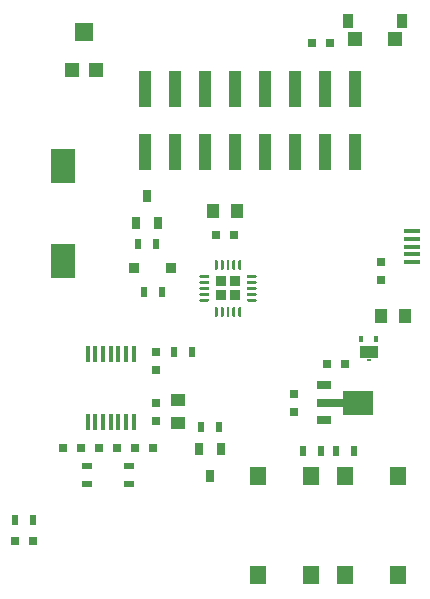
<source format=gtp>
G04 #@! TF.GenerationSoftware,KiCad,Pcbnew,no-vcs-found-90668f9~60~ubuntu16.04.1*
G04 #@! TF.CreationDate,2017-09-09T17:52:20+08:00*
G04 #@! TF.ProjectId,TINY-REFLOW-CONTROLLER-0R20,54494E592D5245464C4F572D434F4E54,rev?*
G04 #@! TF.SameCoordinates,PX8f0d180PY5f5e100*
G04 #@! TF.FileFunction,Paste,Top*
G04 #@! TF.FilePolarity,Positive*
%FSLAX46Y46*%
G04 Gerber Fmt 4.6, Leading zero omitted, Abs format (unit mm)*
G04 Created by KiCad (PCBNEW no-vcs-found-90668f9~60~ubuntu16.04.1) date Sat Sep  9 17:52:20 2017*
%MOMM*%
%LPD*%
G01*
G04 APERTURE LIST*
%ADD10R,1.000000X1.250000*%
%ADD11R,0.750000X0.800000*%
%ADD12R,1.350000X0.400000*%
%ADD13R,1.000000X3.170000*%
%ADD14R,0.900000X1.200000*%
%ADD15R,1.150000X1.300000*%
%ADD16R,1.200000X1.200000*%
%ADD17R,1.600000X1.500000*%
%ADD18R,0.900000X0.950000*%
%ADD19R,0.400000X0.500000*%
%ADD20R,1.600000X1.100000*%
%ADD21R,0.400000X0.250000*%
%ADD22R,1.200000X0.800000*%
%ADD23R,2.200000X0.800000*%
%ADD24R,2.500000X2.000000*%
%ADD25R,1.400000X1.600000*%
%ADD26R,0.650000X1.050000*%
%ADD27R,2.000000X3.000000*%
%ADD28C,0.100000*%
%ADD29C,0.250000*%
%ADD30R,0.960000X0.960000*%
%ADD31R,0.350000X1.400000*%
%ADD32R,0.500000X0.900000*%
%ADD33R,0.900000X0.500000*%
%ADD34R,1.250000X1.000000*%
%ADD35R,0.800000X0.750000*%
%ADD36R,0.797560X0.797560*%
G04 APERTURE END LIST*
D10*
X34528000Y24892000D03*
X32528000Y24892000D03*
D11*
X32512000Y27952000D03*
X32512000Y29422000D03*
D12*
X35126000Y29434000D03*
X35126000Y30084000D03*
X35126000Y30734000D03*
X35126000Y31384000D03*
X35126000Y32034000D03*
D13*
X12520000Y44045000D03*
X12520000Y38715000D03*
X15060000Y38715000D03*
X15060000Y44045000D03*
X17600000Y38715000D03*
X17600000Y44045000D03*
X20140000Y38715000D03*
X20140000Y44045000D03*
X22680000Y38715000D03*
X22680000Y44045000D03*
X25220000Y38715000D03*
X25220000Y44045000D03*
X27760000Y38715000D03*
X27760000Y44045000D03*
X30300000Y38715000D03*
X30300000Y44045000D03*
D14*
X29704000Y49838000D03*
X34304000Y49838000D03*
D15*
X33679000Y48288000D03*
X30329000Y48288000D03*
D16*
X6366000Y45698000D03*
D17*
X7366000Y48948000D03*
D16*
X8366000Y45698000D03*
D18*
X11633000Y28956000D03*
X14783000Y28956000D03*
D19*
X32146000Y22898000D03*
X30846000Y22898000D03*
D20*
X31496000Y21848000D03*
D21*
X31496000Y21173000D03*
D22*
X27714000Y19026000D03*
D23*
X28214000Y17526000D03*
D22*
X27714000Y16026000D03*
D24*
X30564000Y17526000D03*
D25*
X29500000Y2912000D03*
X29500000Y11312000D03*
X34000000Y2912000D03*
X34000000Y11312000D03*
X22134000Y2912000D03*
X22134000Y11312000D03*
X26634000Y2912000D03*
X26634000Y11312000D03*
D26*
X12700000Y35066000D03*
X13650000Y32766000D03*
X11750000Y32766000D03*
X18034000Y11296000D03*
X17084000Y13596000D03*
X18984000Y13596000D03*
D27*
X5588000Y29528000D03*
X5588000Y37528000D03*
D28*
G36*
X20586253Y25634398D02*
X20598387Y25632598D01*
X20610287Y25629618D01*
X20621836Y25625485D01*
X20632926Y25620240D01*
X20643447Y25613934D01*
X20653300Y25606626D01*
X20662389Y25598388D01*
X20670627Y25589299D01*
X20677935Y25579446D01*
X20684241Y25568925D01*
X20689486Y25557835D01*
X20693619Y25546286D01*
X20696599Y25534386D01*
X20698399Y25522252D01*
X20699001Y25510000D01*
X20699001Y24910000D01*
X20698399Y24897748D01*
X20696599Y24885614D01*
X20693619Y24873714D01*
X20689486Y24862165D01*
X20684241Y24851075D01*
X20677935Y24840554D01*
X20670627Y24830701D01*
X20662389Y24821612D01*
X20653300Y24813374D01*
X20643447Y24806066D01*
X20632926Y24799760D01*
X20621836Y24794515D01*
X20610287Y24790382D01*
X20598387Y24787402D01*
X20586253Y24785602D01*
X20574001Y24785000D01*
X20573999Y24785000D01*
X20561747Y24785602D01*
X20549613Y24787402D01*
X20537713Y24790382D01*
X20526164Y24794515D01*
X20515074Y24799760D01*
X20504553Y24806066D01*
X20494700Y24813374D01*
X20485611Y24821612D01*
X20477373Y24830701D01*
X20470065Y24840554D01*
X20463759Y24851075D01*
X20458514Y24862165D01*
X20454381Y24873714D01*
X20451401Y24885614D01*
X20449601Y24897748D01*
X20448999Y24910000D01*
X20448999Y25510000D01*
X20449601Y25522252D01*
X20451401Y25534386D01*
X20454381Y25546286D01*
X20458514Y25557835D01*
X20463759Y25568925D01*
X20470065Y25579446D01*
X20477373Y25589299D01*
X20485611Y25598388D01*
X20494700Y25606626D01*
X20504553Y25613934D01*
X20515074Y25620240D01*
X20526164Y25625485D01*
X20537713Y25629618D01*
X20549613Y25632598D01*
X20561747Y25634398D01*
X20573999Y25635000D01*
X20574001Y25635000D01*
X20586253Y25634398D01*
X20586253Y25634398D01*
G37*
D29*
X20574000Y25210000D03*
D28*
G36*
X20086253Y25634398D02*
X20098387Y25632598D01*
X20110287Y25629618D01*
X20121836Y25625485D01*
X20132926Y25620240D01*
X20143447Y25613934D01*
X20153300Y25606626D01*
X20162389Y25598388D01*
X20170627Y25589299D01*
X20177935Y25579446D01*
X20184241Y25568925D01*
X20189486Y25557835D01*
X20193619Y25546286D01*
X20196599Y25534386D01*
X20198399Y25522252D01*
X20199001Y25510000D01*
X20199001Y24910000D01*
X20198399Y24897748D01*
X20196599Y24885614D01*
X20193619Y24873714D01*
X20189486Y24862165D01*
X20184241Y24851075D01*
X20177935Y24840554D01*
X20170627Y24830701D01*
X20162389Y24821612D01*
X20153300Y24813374D01*
X20143447Y24806066D01*
X20132926Y24799760D01*
X20121836Y24794515D01*
X20110287Y24790382D01*
X20098387Y24787402D01*
X20086253Y24785602D01*
X20074001Y24785000D01*
X20073999Y24785000D01*
X20061747Y24785602D01*
X20049613Y24787402D01*
X20037713Y24790382D01*
X20026164Y24794515D01*
X20015074Y24799760D01*
X20004553Y24806066D01*
X19994700Y24813374D01*
X19985611Y24821612D01*
X19977373Y24830701D01*
X19970065Y24840554D01*
X19963759Y24851075D01*
X19958514Y24862165D01*
X19954381Y24873714D01*
X19951401Y24885614D01*
X19949601Y24897748D01*
X19948999Y24910000D01*
X19948999Y25510000D01*
X19949601Y25522252D01*
X19951401Y25534386D01*
X19954381Y25546286D01*
X19958514Y25557835D01*
X19963759Y25568925D01*
X19970065Y25579446D01*
X19977373Y25589299D01*
X19985611Y25598388D01*
X19994700Y25606626D01*
X20004553Y25613934D01*
X20015074Y25620240D01*
X20026164Y25625485D01*
X20037713Y25629618D01*
X20049613Y25632598D01*
X20061747Y25634398D01*
X20073999Y25635000D01*
X20074001Y25635000D01*
X20086253Y25634398D01*
X20086253Y25634398D01*
G37*
D29*
X20074000Y25210000D03*
D28*
G36*
X19586253Y25634398D02*
X19598387Y25632598D01*
X19610287Y25629618D01*
X19621836Y25625485D01*
X19632926Y25620240D01*
X19643447Y25613934D01*
X19653300Y25606626D01*
X19662389Y25598388D01*
X19670627Y25589299D01*
X19677935Y25579446D01*
X19684241Y25568925D01*
X19689486Y25557835D01*
X19693619Y25546286D01*
X19696599Y25534386D01*
X19698399Y25522252D01*
X19699001Y25510000D01*
X19699001Y24910000D01*
X19698399Y24897748D01*
X19696599Y24885614D01*
X19693619Y24873714D01*
X19689486Y24862165D01*
X19684241Y24851075D01*
X19677935Y24840554D01*
X19670627Y24830701D01*
X19662389Y24821612D01*
X19653300Y24813374D01*
X19643447Y24806066D01*
X19632926Y24799760D01*
X19621836Y24794515D01*
X19610287Y24790382D01*
X19598387Y24787402D01*
X19586253Y24785602D01*
X19574001Y24785000D01*
X19573999Y24785000D01*
X19561747Y24785602D01*
X19549613Y24787402D01*
X19537713Y24790382D01*
X19526164Y24794515D01*
X19515074Y24799760D01*
X19504553Y24806066D01*
X19494700Y24813374D01*
X19485611Y24821612D01*
X19477373Y24830701D01*
X19470065Y24840554D01*
X19463759Y24851075D01*
X19458514Y24862165D01*
X19454381Y24873714D01*
X19451401Y24885614D01*
X19449601Y24897748D01*
X19448999Y24910000D01*
X19448999Y25510000D01*
X19449601Y25522252D01*
X19451401Y25534386D01*
X19454381Y25546286D01*
X19458514Y25557835D01*
X19463759Y25568925D01*
X19470065Y25579446D01*
X19477373Y25589299D01*
X19485611Y25598388D01*
X19494700Y25606626D01*
X19504553Y25613934D01*
X19515074Y25620240D01*
X19526164Y25625485D01*
X19537713Y25629618D01*
X19549613Y25632598D01*
X19561747Y25634398D01*
X19573999Y25635000D01*
X19574001Y25635000D01*
X19586253Y25634398D01*
X19586253Y25634398D01*
G37*
D29*
X19574000Y25210000D03*
D28*
G36*
X19086253Y25634398D02*
X19098387Y25632598D01*
X19110287Y25629618D01*
X19121836Y25625485D01*
X19132926Y25620240D01*
X19143447Y25613934D01*
X19153300Y25606626D01*
X19162389Y25598388D01*
X19170627Y25589299D01*
X19177935Y25579446D01*
X19184241Y25568925D01*
X19189486Y25557835D01*
X19193619Y25546286D01*
X19196599Y25534386D01*
X19198399Y25522252D01*
X19199001Y25510000D01*
X19199001Y24910000D01*
X19198399Y24897748D01*
X19196599Y24885614D01*
X19193619Y24873714D01*
X19189486Y24862165D01*
X19184241Y24851075D01*
X19177935Y24840554D01*
X19170627Y24830701D01*
X19162389Y24821612D01*
X19153300Y24813374D01*
X19143447Y24806066D01*
X19132926Y24799760D01*
X19121836Y24794515D01*
X19110287Y24790382D01*
X19098387Y24787402D01*
X19086253Y24785602D01*
X19074001Y24785000D01*
X19073999Y24785000D01*
X19061747Y24785602D01*
X19049613Y24787402D01*
X19037713Y24790382D01*
X19026164Y24794515D01*
X19015074Y24799760D01*
X19004553Y24806066D01*
X18994700Y24813374D01*
X18985611Y24821612D01*
X18977373Y24830701D01*
X18970065Y24840554D01*
X18963759Y24851075D01*
X18958514Y24862165D01*
X18954381Y24873714D01*
X18951401Y24885614D01*
X18949601Y24897748D01*
X18948999Y24910000D01*
X18948999Y25510000D01*
X18949601Y25522252D01*
X18951401Y25534386D01*
X18954381Y25546286D01*
X18958514Y25557835D01*
X18963759Y25568925D01*
X18970065Y25579446D01*
X18977373Y25589299D01*
X18985611Y25598388D01*
X18994700Y25606626D01*
X19004553Y25613934D01*
X19015074Y25620240D01*
X19026164Y25625485D01*
X19037713Y25629618D01*
X19049613Y25632598D01*
X19061747Y25634398D01*
X19073999Y25635000D01*
X19074001Y25635000D01*
X19086253Y25634398D01*
X19086253Y25634398D01*
G37*
D29*
X19074000Y25210000D03*
D28*
G36*
X18586253Y25634398D02*
X18598387Y25632598D01*
X18610287Y25629618D01*
X18621836Y25625485D01*
X18632926Y25620240D01*
X18643447Y25613934D01*
X18653300Y25606626D01*
X18662389Y25598388D01*
X18670627Y25589299D01*
X18677935Y25579446D01*
X18684241Y25568925D01*
X18689486Y25557835D01*
X18693619Y25546286D01*
X18696599Y25534386D01*
X18698399Y25522252D01*
X18699001Y25510000D01*
X18699001Y24910000D01*
X18698399Y24897748D01*
X18696599Y24885614D01*
X18693619Y24873714D01*
X18689486Y24862165D01*
X18684241Y24851075D01*
X18677935Y24840554D01*
X18670627Y24830701D01*
X18662389Y24821612D01*
X18653300Y24813374D01*
X18643447Y24806066D01*
X18632926Y24799760D01*
X18621836Y24794515D01*
X18610287Y24790382D01*
X18598387Y24787402D01*
X18586253Y24785602D01*
X18574001Y24785000D01*
X18573999Y24785000D01*
X18561747Y24785602D01*
X18549613Y24787402D01*
X18537713Y24790382D01*
X18526164Y24794515D01*
X18515074Y24799760D01*
X18504553Y24806066D01*
X18494700Y24813374D01*
X18485611Y24821612D01*
X18477373Y24830701D01*
X18470065Y24840554D01*
X18463759Y24851075D01*
X18458514Y24862165D01*
X18454381Y24873714D01*
X18451401Y24885614D01*
X18449601Y24897748D01*
X18448999Y24910000D01*
X18448999Y25510000D01*
X18449601Y25522252D01*
X18451401Y25534386D01*
X18454381Y25546286D01*
X18458514Y25557835D01*
X18463759Y25568925D01*
X18470065Y25579446D01*
X18477373Y25589299D01*
X18485611Y25598388D01*
X18494700Y25606626D01*
X18504553Y25613934D01*
X18515074Y25620240D01*
X18526164Y25625485D01*
X18537713Y25629618D01*
X18549613Y25632598D01*
X18561747Y25634398D01*
X18573999Y25635000D01*
X18574001Y25635000D01*
X18586253Y25634398D01*
X18586253Y25634398D01*
G37*
D29*
X18574000Y25210000D03*
D28*
G36*
X17886252Y26334399D02*
X17898386Y26332599D01*
X17910286Y26329619D01*
X17921835Y26325486D01*
X17932925Y26320241D01*
X17943446Y26313935D01*
X17953299Y26306627D01*
X17962388Y26298389D01*
X17970626Y26289300D01*
X17977934Y26279447D01*
X17984240Y26268926D01*
X17989485Y26257836D01*
X17993618Y26246287D01*
X17996598Y26234387D01*
X17998398Y26222253D01*
X17999000Y26210001D01*
X17999000Y26209999D01*
X17998398Y26197747D01*
X17996598Y26185613D01*
X17993618Y26173713D01*
X17989485Y26162164D01*
X17984240Y26151074D01*
X17977934Y26140553D01*
X17970626Y26130700D01*
X17962388Y26121611D01*
X17953299Y26113373D01*
X17943446Y26106065D01*
X17932925Y26099759D01*
X17921835Y26094514D01*
X17910286Y26090381D01*
X17898386Y26087401D01*
X17886252Y26085601D01*
X17874000Y26084999D01*
X17274000Y26084999D01*
X17261748Y26085601D01*
X17249614Y26087401D01*
X17237714Y26090381D01*
X17226165Y26094514D01*
X17215075Y26099759D01*
X17204554Y26106065D01*
X17194701Y26113373D01*
X17185612Y26121611D01*
X17177374Y26130700D01*
X17170066Y26140553D01*
X17163760Y26151074D01*
X17158515Y26162164D01*
X17154382Y26173713D01*
X17151402Y26185613D01*
X17149602Y26197747D01*
X17149000Y26209999D01*
X17149000Y26210001D01*
X17149602Y26222253D01*
X17151402Y26234387D01*
X17154382Y26246287D01*
X17158515Y26257836D01*
X17163760Y26268926D01*
X17170066Y26279447D01*
X17177374Y26289300D01*
X17185612Y26298389D01*
X17194701Y26306627D01*
X17204554Y26313935D01*
X17215075Y26320241D01*
X17226165Y26325486D01*
X17237714Y26329619D01*
X17249614Y26332599D01*
X17261748Y26334399D01*
X17274000Y26335001D01*
X17874000Y26335001D01*
X17886252Y26334399D01*
X17886252Y26334399D01*
G37*
D29*
X17574000Y26210000D03*
D28*
G36*
X17886252Y26834399D02*
X17898386Y26832599D01*
X17910286Y26829619D01*
X17921835Y26825486D01*
X17932925Y26820241D01*
X17943446Y26813935D01*
X17953299Y26806627D01*
X17962388Y26798389D01*
X17970626Y26789300D01*
X17977934Y26779447D01*
X17984240Y26768926D01*
X17989485Y26757836D01*
X17993618Y26746287D01*
X17996598Y26734387D01*
X17998398Y26722253D01*
X17999000Y26710001D01*
X17999000Y26709999D01*
X17998398Y26697747D01*
X17996598Y26685613D01*
X17993618Y26673713D01*
X17989485Y26662164D01*
X17984240Y26651074D01*
X17977934Y26640553D01*
X17970626Y26630700D01*
X17962388Y26621611D01*
X17953299Y26613373D01*
X17943446Y26606065D01*
X17932925Y26599759D01*
X17921835Y26594514D01*
X17910286Y26590381D01*
X17898386Y26587401D01*
X17886252Y26585601D01*
X17874000Y26584999D01*
X17274000Y26584999D01*
X17261748Y26585601D01*
X17249614Y26587401D01*
X17237714Y26590381D01*
X17226165Y26594514D01*
X17215075Y26599759D01*
X17204554Y26606065D01*
X17194701Y26613373D01*
X17185612Y26621611D01*
X17177374Y26630700D01*
X17170066Y26640553D01*
X17163760Y26651074D01*
X17158515Y26662164D01*
X17154382Y26673713D01*
X17151402Y26685613D01*
X17149602Y26697747D01*
X17149000Y26709999D01*
X17149000Y26710001D01*
X17149602Y26722253D01*
X17151402Y26734387D01*
X17154382Y26746287D01*
X17158515Y26757836D01*
X17163760Y26768926D01*
X17170066Y26779447D01*
X17177374Y26789300D01*
X17185612Y26798389D01*
X17194701Y26806627D01*
X17204554Y26813935D01*
X17215075Y26820241D01*
X17226165Y26825486D01*
X17237714Y26829619D01*
X17249614Y26832599D01*
X17261748Y26834399D01*
X17274000Y26835001D01*
X17874000Y26835001D01*
X17886252Y26834399D01*
X17886252Y26834399D01*
G37*
D29*
X17574000Y26710000D03*
D28*
G36*
X17886252Y27334399D02*
X17898386Y27332599D01*
X17910286Y27329619D01*
X17921835Y27325486D01*
X17932925Y27320241D01*
X17943446Y27313935D01*
X17953299Y27306627D01*
X17962388Y27298389D01*
X17970626Y27289300D01*
X17977934Y27279447D01*
X17984240Y27268926D01*
X17989485Y27257836D01*
X17993618Y27246287D01*
X17996598Y27234387D01*
X17998398Y27222253D01*
X17999000Y27210001D01*
X17999000Y27209999D01*
X17998398Y27197747D01*
X17996598Y27185613D01*
X17993618Y27173713D01*
X17989485Y27162164D01*
X17984240Y27151074D01*
X17977934Y27140553D01*
X17970626Y27130700D01*
X17962388Y27121611D01*
X17953299Y27113373D01*
X17943446Y27106065D01*
X17932925Y27099759D01*
X17921835Y27094514D01*
X17910286Y27090381D01*
X17898386Y27087401D01*
X17886252Y27085601D01*
X17874000Y27084999D01*
X17274000Y27084999D01*
X17261748Y27085601D01*
X17249614Y27087401D01*
X17237714Y27090381D01*
X17226165Y27094514D01*
X17215075Y27099759D01*
X17204554Y27106065D01*
X17194701Y27113373D01*
X17185612Y27121611D01*
X17177374Y27130700D01*
X17170066Y27140553D01*
X17163760Y27151074D01*
X17158515Y27162164D01*
X17154382Y27173713D01*
X17151402Y27185613D01*
X17149602Y27197747D01*
X17149000Y27209999D01*
X17149000Y27210001D01*
X17149602Y27222253D01*
X17151402Y27234387D01*
X17154382Y27246287D01*
X17158515Y27257836D01*
X17163760Y27268926D01*
X17170066Y27279447D01*
X17177374Y27289300D01*
X17185612Y27298389D01*
X17194701Y27306627D01*
X17204554Y27313935D01*
X17215075Y27320241D01*
X17226165Y27325486D01*
X17237714Y27329619D01*
X17249614Y27332599D01*
X17261748Y27334399D01*
X17274000Y27335001D01*
X17874000Y27335001D01*
X17886252Y27334399D01*
X17886252Y27334399D01*
G37*
D29*
X17574000Y27210000D03*
D28*
G36*
X17886252Y27834399D02*
X17898386Y27832599D01*
X17910286Y27829619D01*
X17921835Y27825486D01*
X17932925Y27820241D01*
X17943446Y27813935D01*
X17953299Y27806627D01*
X17962388Y27798389D01*
X17970626Y27789300D01*
X17977934Y27779447D01*
X17984240Y27768926D01*
X17989485Y27757836D01*
X17993618Y27746287D01*
X17996598Y27734387D01*
X17998398Y27722253D01*
X17999000Y27710001D01*
X17999000Y27709999D01*
X17998398Y27697747D01*
X17996598Y27685613D01*
X17993618Y27673713D01*
X17989485Y27662164D01*
X17984240Y27651074D01*
X17977934Y27640553D01*
X17970626Y27630700D01*
X17962388Y27621611D01*
X17953299Y27613373D01*
X17943446Y27606065D01*
X17932925Y27599759D01*
X17921835Y27594514D01*
X17910286Y27590381D01*
X17898386Y27587401D01*
X17886252Y27585601D01*
X17874000Y27584999D01*
X17274000Y27584999D01*
X17261748Y27585601D01*
X17249614Y27587401D01*
X17237714Y27590381D01*
X17226165Y27594514D01*
X17215075Y27599759D01*
X17204554Y27606065D01*
X17194701Y27613373D01*
X17185612Y27621611D01*
X17177374Y27630700D01*
X17170066Y27640553D01*
X17163760Y27651074D01*
X17158515Y27662164D01*
X17154382Y27673713D01*
X17151402Y27685613D01*
X17149602Y27697747D01*
X17149000Y27709999D01*
X17149000Y27710001D01*
X17149602Y27722253D01*
X17151402Y27734387D01*
X17154382Y27746287D01*
X17158515Y27757836D01*
X17163760Y27768926D01*
X17170066Y27779447D01*
X17177374Y27789300D01*
X17185612Y27798389D01*
X17194701Y27806627D01*
X17204554Y27813935D01*
X17215075Y27820241D01*
X17226165Y27825486D01*
X17237714Y27829619D01*
X17249614Y27832599D01*
X17261748Y27834399D01*
X17274000Y27835001D01*
X17874000Y27835001D01*
X17886252Y27834399D01*
X17886252Y27834399D01*
G37*
D29*
X17574000Y27710000D03*
D28*
G36*
X17886252Y28334399D02*
X17898386Y28332599D01*
X17910286Y28329619D01*
X17921835Y28325486D01*
X17932925Y28320241D01*
X17943446Y28313935D01*
X17953299Y28306627D01*
X17962388Y28298389D01*
X17970626Y28289300D01*
X17977934Y28279447D01*
X17984240Y28268926D01*
X17989485Y28257836D01*
X17993618Y28246287D01*
X17996598Y28234387D01*
X17998398Y28222253D01*
X17999000Y28210001D01*
X17999000Y28209999D01*
X17998398Y28197747D01*
X17996598Y28185613D01*
X17993618Y28173713D01*
X17989485Y28162164D01*
X17984240Y28151074D01*
X17977934Y28140553D01*
X17970626Y28130700D01*
X17962388Y28121611D01*
X17953299Y28113373D01*
X17943446Y28106065D01*
X17932925Y28099759D01*
X17921835Y28094514D01*
X17910286Y28090381D01*
X17898386Y28087401D01*
X17886252Y28085601D01*
X17874000Y28084999D01*
X17274000Y28084999D01*
X17261748Y28085601D01*
X17249614Y28087401D01*
X17237714Y28090381D01*
X17226165Y28094514D01*
X17215075Y28099759D01*
X17204554Y28106065D01*
X17194701Y28113373D01*
X17185612Y28121611D01*
X17177374Y28130700D01*
X17170066Y28140553D01*
X17163760Y28151074D01*
X17158515Y28162164D01*
X17154382Y28173713D01*
X17151402Y28185613D01*
X17149602Y28197747D01*
X17149000Y28209999D01*
X17149000Y28210001D01*
X17149602Y28222253D01*
X17151402Y28234387D01*
X17154382Y28246287D01*
X17158515Y28257836D01*
X17163760Y28268926D01*
X17170066Y28279447D01*
X17177374Y28289300D01*
X17185612Y28298389D01*
X17194701Y28306627D01*
X17204554Y28313935D01*
X17215075Y28320241D01*
X17226165Y28325486D01*
X17237714Y28329619D01*
X17249614Y28332599D01*
X17261748Y28334399D01*
X17274000Y28335001D01*
X17874000Y28335001D01*
X17886252Y28334399D01*
X17886252Y28334399D01*
G37*
D29*
X17574000Y28210000D03*
D28*
G36*
X18586253Y29634398D02*
X18598387Y29632598D01*
X18610287Y29629618D01*
X18621836Y29625485D01*
X18632926Y29620240D01*
X18643447Y29613934D01*
X18653300Y29606626D01*
X18662389Y29598388D01*
X18670627Y29589299D01*
X18677935Y29579446D01*
X18684241Y29568925D01*
X18689486Y29557835D01*
X18693619Y29546286D01*
X18696599Y29534386D01*
X18698399Y29522252D01*
X18699001Y29510000D01*
X18699001Y28910000D01*
X18698399Y28897748D01*
X18696599Y28885614D01*
X18693619Y28873714D01*
X18689486Y28862165D01*
X18684241Y28851075D01*
X18677935Y28840554D01*
X18670627Y28830701D01*
X18662389Y28821612D01*
X18653300Y28813374D01*
X18643447Y28806066D01*
X18632926Y28799760D01*
X18621836Y28794515D01*
X18610287Y28790382D01*
X18598387Y28787402D01*
X18586253Y28785602D01*
X18574001Y28785000D01*
X18573999Y28785000D01*
X18561747Y28785602D01*
X18549613Y28787402D01*
X18537713Y28790382D01*
X18526164Y28794515D01*
X18515074Y28799760D01*
X18504553Y28806066D01*
X18494700Y28813374D01*
X18485611Y28821612D01*
X18477373Y28830701D01*
X18470065Y28840554D01*
X18463759Y28851075D01*
X18458514Y28862165D01*
X18454381Y28873714D01*
X18451401Y28885614D01*
X18449601Y28897748D01*
X18448999Y28910000D01*
X18448999Y29510000D01*
X18449601Y29522252D01*
X18451401Y29534386D01*
X18454381Y29546286D01*
X18458514Y29557835D01*
X18463759Y29568925D01*
X18470065Y29579446D01*
X18477373Y29589299D01*
X18485611Y29598388D01*
X18494700Y29606626D01*
X18504553Y29613934D01*
X18515074Y29620240D01*
X18526164Y29625485D01*
X18537713Y29629618D01*
X18549613Y29632598D01*
X18561747Y29634398D01*
X18573999Y29635000D01*
X18574001Y29635000D01*
X18586253Y29634398D01*
X18586253Y29634398D01*
G37*
D29*
X18574000Y29210000D03*
D28*
G36*
X19086253Y29634398D02*
X19098387Y29632598D01*
X19110287Y29629618D01*
X19121836Y29625485D01*
X19132926Y29620240D01*
X19143447Y29613934D01*
X19153300Y29606626D01*
X19162389Y29598388D01*
X19170627Y29589299D01*
X19177935Y29579446D01*
X19184241Y29568925D01*
X19189486Y29557835D01*
X19193619Y29546286D01*
X19196599Y29534386D01*
X19198399Y29522252D01*
X19199001Y29510000D01*
X19199001Y28910000D01*
X19198399Y28897748D01*
X19196599Y28885614D01*
X19193619Y28873714D01*
X19189486Y28862165D01*
X19184241Y28851075D01*
X19177935Y28840554D01*
X19170627Y28830701D01*
X19162389Y28821612D01*
X19153300Y28813374D01*
X19143447Y28806066D01*
X19132926Y28799760D01*
X19121836Y28794515D01*
X19110287Y28790382D01*
X19098387Y28787402D01*
X19086253Y28785602D01*
X19074001Y28785000D01*
X19073999Y28785000D01*
X19061747Y28785602D01*
X19049613Y28787402D01*
X19037713Y28790382D01*
X19026164Y28794515D01*
X19015074Y28799760D01*
X19004553Y28806066D01*
X18994700Y28813374D01*
X18985611Y28821612D01*
X18977373Y28830701D01*
X18970065Y28840554D01*
X18963759Y28851075D01*
X18958514Y28862165D01*
X18954381Y28873714D01*
X18951401Y28885614D01*
X18949601Y28897748D01*
X18948999Y28910000D01*
X18948999Y29510000D01*
X18949601Y29522252D01*
X18951401Y29534386D01*
X18954381Y29546286D01*
X18958514Y29557835D01*
X18963759Y29568925D01*
X18970065Y29579446D01*
X18977373Y29589299D01*
X18985611Y29598388D01*
X18994700Y29606626D01*
X19004553Y29613934D01*
X19015074Y29620240D01*
X19026164Y29625485D01*
X19037713Y29629618D01*
X19049613Y29632598D01*
X19061747Y29634398D01*
X19073999Y29635000D01*
X19074001Y29635000D01*
X19086253Y29634398D01*
X19086253Y29634398D01*
G37*
D29*
X19074000Y29210000D03*
D28*
G36*
X19586253Y29634398D02*
X19598387Y29632598D01*
X19610287Y29629618D01*
X19621836Y29625485D01*
X19632926Y29620240D01*
X19643447Y29613934D01*
X19653300Y29606626D01*
X19662389Y29598388D01*
X19670627Y29589299D01*
X19677935Y29579446D01*
X19684241Y29568925D01*
X19689486Y29557835D01*
X19693619Y29546286D01*
X19696599Y29534386D01*
X19698399Y29522252D01*
X19699001Y29510000D01*
X19699001Y28910000D01*
X19698399Y28897748D01*
X19696599Y28885614D01*
X19693619Y28873714D01*
X19689486Y28862165D01*
X19684241Y28851075D01*
X19677935Y28840554D01*
X19670627Y28830701D01*
X19662389Y28821612D01*
X19653300Y28813374D01*
X19643447Y28806066D01*
X19632926Y28799760D01*
X19621836Y28794515D01*
X19610287Y28790382D01*
X19598387Y28787402D01*
X19586253Y28785602D01*
X19574001Y28785000D01*
X19573999Y28785000D01*
X19561747Y28785602D01*
X19549613Y28787402D01*
X19537713Y28790382D01*
X19526164Y28794515D01*
X19515074Y28799760D01*
X19504553Y28806066D01*
X19494700Y28813374D01*
X19485611Y28821612D01*
X19477373Y28830701D01*
X19470065Y28840554D01*
X19463759Y28851075D01*
X19458514Y28862165D01*
X19454381Y28873714D01*
X19451401Y28885614D01*
X19449601Y28897748D01*
X19448999Y28910000D01*
X19448999Y29510000D01*
X19449601Y29522252D01*
X19451401Y29534386D01*
X19454381Y29546286D01*
X19458514Y29557835D01*
X19463759Y29568925D01*
X19470065Y29579446D01*
X19477373Y29589299D01*
X19485611Y29598388D01*
X19494700Y29606626D01*
X19504553Y29613934D01*
X19515074Y29620240D01*
X19526164Y29625485D01*
X19537713Y29629618D01*
X19549613Y29632598D01*
X19561747Y29634398D01*
X19573999Y29635000D01*
X19574001Y29635000D01*
X19586253Y29634398D01*
X19586253Y29634398D01*
G37*
D29*
X19574000Y29210000D03*
D28*
G36*
X20086253Y29634398D02*
X20098387Y29632598D01*
X20110287Y29629618D01*
X20121836Y29625485D01*
X20132926Y29620240D01*
X20143447Y29613934D01*
X20153300Y29606626D01*
X20162389Y29598388D01*
X20170627Y29589299D01*
X20177935Y29579446D01*
X20184241Y29568925D01*
X20189486Y29557835D01*
X20193619Y29546286D01*
X20196599Y29534386D01*
X20198399Y29522252D01*
X20199001Y29510000D01*
X20199001Y28910000D01*
X20198399Y28897748D01*
X20196599Y28885614D01*
X20193619Y28873714D01*
X20189486Y28862165D01*
X20184241Y28851075D01*
X20177935Y28840554D01*
X20170627Y28830701D01*
X20162389Y28821612D01*
X20153300Y28813374D01*
X20143447Y28806066D01*
X20132926Y28799760D01*
X20121836Y28794515D01*
X20110287Y28790382D01*
X20098387Y28787402D01*
X20086253Y28785602D01*
X20074001Y28785000D01*
X20073999Y28785000D01*
X20061747Y28785602D01*
X20049613Y28787402D01*
X20037713Y28790382D01*
X20026164Y28794515D01*
X20015074Y28799760D01*
X20004553Y28806066D01*
X19994700Y28813374D01*
X19985611Y28821612D01*
X19977373Y28830701D01*
X19970065Y28840554D01*
X19963759Y28851075D01*
X19958514Y28862165D01*
X19954381Y28873714D01*
X19951401Y28885614D01*
X19949601Y28897748D01*
X19948999Y28910000D01*
X19948999Y29510000D01*
X19949601Y29522252D01*
X19951401Y29534386D01*
X19954381Y29546286D01*
X19958514Y29557835D01*
X19963759Y29568925D01*
X19970065Y29579446D01*
X19977373Y29589299D01*
X19985611Y29598388D01*
X19994700Y29606626D01*
X20004553Y29613934D01*
X20015074Y29620240D01*
X20026164Y29625485D01*
X20037713Y29629618D01*
X20049613Y29632598D01*
X20061747Y29634398D01*
X20073999Y29635000D01*
X20074001Y29635000D01*
X20086253Y29634398D01*
X20086253Y29634398D01*
G37*
D29*
X20074000Y29210000D03*
D28*
G36*
X20586253Y29634398D02*
X20598387Y29632598D01*
X20610287Y29629618D01*
X20621836Y29625485D01*
X20632926Y29620240D01*
X20643447Y29613934D01*
X20653300Y29606626D01*
X20662389Y29598388D01*
X20670627Y29589299D01*
X20677935Y29579446D01*
X20684241Y29568925D01*
X20689486Y29557835D01*
X20693619Y29546286D01*
X20696599Y29534386D01*
X20698399Y29522252D01*
X20699001Y29510000D01*
X20699001Y28910000D01*
X20698399Y28897748D01*
X20696599Y28885614D01*
X20693619Y28873714D01*
X20689486Y28862165D01*
X20684241Y28851075D01*
X20677935Y28840554D01*
X20670627Y28830701D01*
X20662389Y28821612D01*
X20653300Y28813374D01*
X20643447Y28806066D01*
X20632926Y28799760D01*
X20621836Y28794515D01*
X20610287Y28790382D01*
X20598387Y28787402D01*
X20586253Y28785602D01*
X20574001Y28785000D01*
X20573999Y28785000D01*
X20561747Y28785602D01*
X20549613Y28787402D01*
X20537713Y28790382D01*
X20526164Y28794515D01*
X20515074Y28799760D01*
X20504553Y28806066D01*
X20494700Y28813374D01*
X20485611Y28821612D01*
X20477373Y28830701D01*
X20470065Y28840554D01*
X20463759Y28851075D01*
X20458514Y28862165D01*
X20454381Y28873714D01*
X20451401Y28885614D01*
X20449601Y28897748D01*
X20448999Y28910000D01*
X20448999Y29510000D01*
X20449601Y29522252D01*
X20451401Y29534386D01*
X20454381Y29546286D01*
X20458514Y29557835D01*
X20463759Y29568925D01*
X20470065Y29579446D01*
X20477373Y29589299D01*
X20485611Y29598388D01*
X20494700Y29606626D01*
X20504553Y29613934D01*
X20515074Y29620240D01*
X20526164Y29625485D01*
X20537713Y29629618D01*
X20549613Y29632598D01*
X20561747Y29634398D01*
X20573999Y29635000D01*
X20574001Y29635000D01*
X20586253Y29634398D01*
X20586253Y29634398D01*
G37*
D29*
X20574000Y29210000D03*
D28*
G36*
X21886252Y28334399D02*
X21898386Y28332599D01*
X21910286Y28329619D01*
X21921835Y28325486D01*
X21932925Y28320241D01*
X21943446Y28313935D01*
X21953299Y28306627D01*
X21962388Y28298389D01*
X21970626Y28289300D01*
X21977934Y28279447D01*
X21984240Y28268926D01*
X21989485Y28257836D01*
X21993618Y28246287D01*
X21996598Y28234387D01*
X21998398Y28222253D01*
X21999000Y28210001D01*
X21999000Y28209999D01*
X21998398Y28197747D01*
X21996598Y28185613D01*
X21993618Y28173713D01*
X21989485Y28162164D01*
X21984240Y28151074D01*
X21977934Y28140553D01*
X21970626Y28130700D01*
X21962388Y28121611D01*
X21953299Y28113373D01*
X21943446Y28106065D01*
X21932925Y28099759D01*
X21921835Y28094514D01*
X21910286Y28090381D01*
X21898386Y28087401D01*
X21886252Y28085601D01*
X21874000Y28084999D01*
X21274000Y28084999D01*
X21261748Y28085601D01*
X21249614Y28087401D01*
X21237714Y28090381D01*
X21226165Y28094514D01*
X21215075Y28099759D01*
X21204554Y28106065D01*
X21194701Y28113373D01*
X21185612Y28121611D01*
X21177374Y28130700D01*
X21170066Y28140553D01*
X21163760Y28151074D01*
X21158515Y28162164D01*
X21154382Y28173713D01*
X21151402Y28185613D01*
X21149602Y28197747D01*
X21149000Y28209999D01*
X21149000Y28210001D01*
X21149602Y28222253D01*
X21151402Y28234387D01*
X21154382Y28246287D01*
X21158515Y28257836D01*
X21163760Y28268926D01*
X21170066Y28279447D01*
X21177374Y28289300D01*
X21185612Y28298389D01*
X21194701Y28306627D01*
X21204554Y28313935D01*
X21215075Y28320241D01*
X21226165Y28325486D01*
X21237714Y28329619D01*
X21249614Y28332599D01*
X21261748Y28334399D01*
X21274000Y28335001D01*
X21874000Y28335001D01*
X21886252Y28334399D01*
X21886252Y28334399D01*
G37*
D29*
X21574000Y28210000D03*
D28*
G36*
X21886252Y27834399D02*
X21898386Y27832599D01*
X21910286Y27829619D01*
X21921835Y27825486D01*
X21932925Y27820241D01*
X21943446Y27813935D01*
X21953299Y27806627D01*
X21962388Y27798389D01*
X21970626Y27789300D01*
X21977934Y27779447D01*
X21984240Y27768926D01*
X21989485Y27757836D01*
X21993618Y27746287D01*
X21996598Y27734387D01*
X21998398Y27722253D01*
X21999000Y27710001D01*
X21999000Y27709999D01*
X21998398Y27697747D01*
X21996598Y27685613D01*
X21993618Y27673713D01*
X21989485Y27662164D01*
X21984240Y27651074D01*
X21977934Y27640553D01*
X21970626Y27630700D01*
X21962388Y27621611D01*
X21953299Y27613373D01*
X21943446Y27606065D01*
X21932925Y27599759D01*
X21921835Y27594514D01*
X21910286Y27590381D01*
X21898386Y27587401D01*
X21886252Y27585601D01*
X21874000Y27584999D01*
X21274000Y27584999D01*
X21261748Y27585601D01*
X21249614Y27587401D01*
X21237714Y27590381D01*
X21226165Y27594514D01*
X21215075Y27599759D01*
X21204554Y27606065D01*
X21194701Y27613373D01*
X21185612Y27621611D01*
X21177374Y27630700D01*
X21170066Y27640553D01*
X21163760Y27651074D01*
X21158515Y27662164D01*
X21154382Y27673713D01*
X21151402Y27685613D01*
X21149602Y27697747D01*
X21149000Y27709999D01*
X21149000Y27710001D01*
X21149602Y27722253D01*
X21151402Y27734387D01*
X21154382Y27746287D01*
X21158515Y27757836D01*
X21163760Y27768926D01*
X21170066Y27779447D01*
X21177374Y27789300D01*
X21185612Y27798389D01*
X21194701Y27806627D01*
X21204554Y27813935D01*
X21215075Y27820241D01*
X21226165Y27825486D01*
X21237714Y27829619D01*
X21249614Y27832599D01*
X21261748Y27834399D01*
X21274000Y27835001D01*
X21874000Y27835001D01*
X21886252Y27834399D01*
X21886252Y27834399D01*
G37*
D29*
X21574000Y27710000D03*
D28*
G36*
X21886252Y27334399D02*
X21898386Y27332599D01*
X21910286Y27329619D01*
X21921835Y27325486D01*
X21932925Y27320241D01*
X21943446Y27313935D01*
X21953299Y27306627D01*
X21962388Y27298389D01*
X21970626Y27289300D01*
X21977934Y27279447D01*
X21984240Y27268926D01*
X21989485Y27257836D01*
X21993618Y27246287D01*
X21996598Y27234387D01*
X21998398Y27222253D01*
X21999000Y27210001D01*
X21999000Y27209999D01*
X21998398Y27197747D01*
X21996598Y27185613D01*
X21993618Y27173713D01*
X21989485Y27162164D01*
X21984240Y27151074D01*
X21977934Y27140553D01*
X21970626Y27130700D01*
X21962388Y27121611D01*
X21953299Y27113373D01*
X21943446Y27106065D01*
X21932925Y27099759D01*
X21921835Y27094514D01*
X21910286Y27090381D01*
X21898386Y27087401D01*
X21886252Y27085601D01*
X21874000Y27084999D01*
X21274000Y27084999D01*
X21261748Y27085601D01*
X21249614Y27087401D01*
X21237714Y27090381D01*
X21226165Y27094514D01*
X21215075Y27099759D01*
X21204554Y27106065D01*
X21194701Y27113373D01*
X21185612Y27121611D01*
X21177374Y27130700D01*
X21170066Y27140553D01*
X21163760Y27151074D01*
X21158515Y27162164D01*
X21154382Y27173713D01*
X21151402Y27185613D01*
X21149602Y27197747D01*
X21149000Y27209999D01*
X21149000Y27210001D01*
X21149602Y27222253D01*
X21151402Y27234387D01*
X21154382Y27246287D01*
X21158515Y27257836D01*
X21163760Y27268926D01*
X21170066Y27279447D01*
X21177374Y27289300D01*
X21185612Y27298389D01*
X21194701Y27306627D01*
X21204554Y27313935D01*
X21215075Y27320241D01*
X21226165Y27325486D01*
X21237714Y27329619D01*
X21249614Y27332599D01*
X21261748Y27334399D01*
X21274000Y27335001D01*
X21874000Y27335001D01*
X21886252Y27334399D01*
X21886252Y27334399D01*
G37*
D29*
X21574000Y27210000D03*
D28*
G36*
X21886252Y26834399D02*
X21898386Y26832599D01*
X21910286Y26829619D01*
X21921835Y26825486D01*
X21932925Y26820241D01*
X21943446Y26813935D01*
X21953299Y26806627D01*
X21962388Y26798389D01*
X21970626Y26789300D01*
X21977934Y26779447D01*
X21984240Y26768926D01*
X21989485Y26757836D01*
X21993618Y26746287D01*
X21996598Y26734387D01*
X21998398Y26722253D01*
X21999000Y26710001D01*
X21999000Y26709999D01*
X21998398Y26697747D01*
X21996598Y26685613D01*
X21993618Y26673713D01*
X21989485Y26662164D01*
X21984240Y26651074D01*
X21977934Y26640553D01*
X21970626Y26630700D01*
X21962388Y26621611D01*
X21953299Y26613373D01*
X21943446Y26606065D01*
X21932925Y26599759D01*
X21921835Y26594514D01*
X21910286Y26590381D01*
X21898386Y26587401D01*
X21886252Y26585601D01*
X21874000Y26584999D01*
X21274000Y26584999D01*
X21261748Y26585601D01*
X21249614Y26587401D01*
X21237714Y26590381D01*
X21226165Y26594514D01*
X21215075Y26599759D01*
X21204554Y26606065D01*
X21194701Y26613373D01*
X21185612Y26621611D01*
X21177374Y26630700D01*
X21170066Y26640553D01*
X21163760Y26651074D01*
X21158515Y26662164D01*
X21154382Y26673713D01*
X21151402Y26685613D01*
X21149602Y26697747D01*
X21149000Y26709999D01*
X21149000Y26710001D01*
X21149602Y26722253D01*
X21151402Y26734387D01*
X21154382Y26746287D01*
X21158515Y26757836D01*
X21163760Y26768926D01*
X21170066Y26779447D01*
X21177374Y26789300D01*
X21185612Y26798389D01*
X21194701Y26806627D01*
X21204554Y26813935D01*
X21215075Y26820241D01*
X21226165Y26825486D01*
X21237714Y26829619D01*
X21249614Y26832599D01*
X21261748Y26834399D01*
X21274000Y26835001D01*
X21874000Y26835001D01*
X21886252Y26834399D01*
X21886252Y26834399D01*
G37*
D29*
X21574000Y26710000D03*
D28*
G36*
X21886252Y26334399D02*
X21898386Y26332599D01*
X21910286Y26329619D01*
X21921835Y26325486D01*
X21932925Y26320241D01*
X21943446Y26313935D01*
X21953299Y26306627D01*
X21962388Y26298389D01*
X21970626Y26289300D01*
X21977934Y26279447D01*
X21984240Y26268926D01*
X21989485Y26257836D01*
X21993618Y26246287D01*
X21996598Y26234387D01*
X21998398Y26222253D01*
X21999000Y26210001D01*
X21999000Y26209999D01*
X21998398Y26197747D01*
X21996598Y26185613D01*
X21993618Y26173713D01*
X21989485Y26162164D01*
X21984240Y26151074D01*
X21977934Y26140553D01*
X21970626Y26130700D01*
X21962388Y26121611D01*
X21953299Y26113373D01*
X21943446Y26106065D01*
X21932925Y26099759D01*
X21921835Y26094514D01*
X21910286Y26090381D01*
X21898386Y26087401D01*
X21886252Y26085601D01*
X21874000Y26084999D01*
X21274000Y26084999D01*
X21261748Y26085601D01*
X21249614Y26087401D01*
X21237714Y26090381D01*
X21226165Y26094514D01*
X21215075Y26099759D01*
X21204554Y26106065D01*
X21194701Y26113373D01*
X21185612Y26121611D01*
X21177374Y26130700D01*
X21170066Y26140553D01*
X21163760Y26151074D01*
X21158515Y26162164D01*
X21154382Y26173713D01*
X21151402Y26185613D01*
X21149602Y26197747D01*
X21149000Y26209999D01*
X21149000Y26210001D01*
X21149602Y26222253D01*
X21151402Y26234387D01*
X21154382Y26246287D01*
X21158515Y26257836D01*
X21163760Y26268926D01*
X21170066Y26279447D01*
X21177374Y26289300D01*
X21185612Y26298389D01*
X21194701Y26306627D01*
X21204554Y26313935D01*
X21215075Y26320241D01*
X21226165Y26325486D01*
X21237714Y26329619D01*
X21249614Y26332599D01*
X21261748Y26334399D01*
X21274000Y26335001D01*
X21874000Y26335001D01*
X21886252Y26334399D01*
X21886252Y26334399D01*
G37*
D29*
X21574000Y26210000D03*
D30*
X20174000Y27810000D03*
X20174000Y26610000D03*
X18974000Y26610000D03*
X18974000Y27810000D03*
D31*
X7702000Y15921000D03*
X8352000Y15921000D03*
X9002000Y15921000D03*
X9652000Y15921000D03*
X10302000Y15921000D03*
X10952000Y15921000D03*
X11602000Y15921000D03*
X11602000Y21671000D03*
X10952000Y21671000D03*
X10302000Y21671000D03*
X9652000Y21671000D03*
X9002000Y21671000D03*
X8352000Y21671000D03*
X7702000Y21671000D03*
D32*
X12458000Y26924000D03*
X13958000Y26924000D03*
X11950000Y30988000D03*
X13450000Y30988000D03*
X30214000Y13462000D03*
X28714000Y13462000D03*
X27420000Y13462000D03*
X25920000Y13462000D03*
X18784000Y15494000D03*
X17284000Y15494000D03*
D33*
X11176000Y12180000D03*
X11176000Y10680000D03*
X7620000Y12180000D03*
X7620000Y10680000D03*
D32*
X3036000Y7620000D03*
X1536000Y7620000D03*
X16498000Y21844000D03*
X14998000Y21844000D03*
D10*
X20304000Y33782000D03*
X18304000Y33782000D03*
D34*
X15367000Y17764000D03*
X15367000Y15764000D03*
D11*
X25146000Y18276000D03*
X25146000Y16776000D03*
D35*
X20054000Y31750000D03*
X18554000Y31750000D03*
D11*
X13462000Y20332000D03*
X13462000Y21832000D03*
X13462000Y16014000D03*
X13462000Y17514000D03*
D35*
X10148000Y13716000D03*
X8648000Y13716000D03*
X13196000Y13716000D03*
X11696000Y13716000D03*
X5600000Y13716000D03*
X7100000Y13716000D03*
X27952000Y20828000D03*
X29452000Y20828000D03*
X28182000Y48006000D03*
X26682000Y48006000D03*
D36*
X3035300Y5842000D03*
X1536700Y5842000D03*
M02*

</source>
